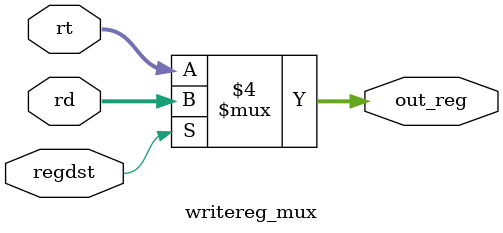
<source format=v>
module writereg_mux (input [4:0] rt, rd, input regdst, output reg [4:0] out_reg);
always @(*)begin
    if (regdst == 1)begin
        out_reg <= rd;
    end
    else begin
        out_reg <= rt;
    end
end
endmodule
</source>
